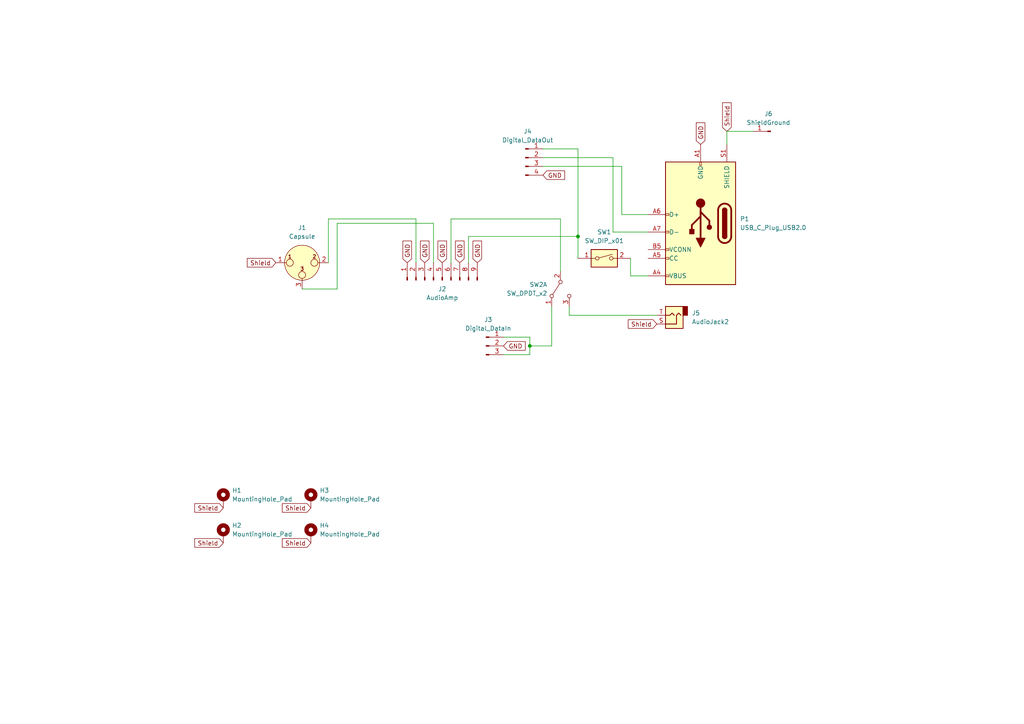
<source format=kicad_sch>
(kicad_sch (version 20211123) (generator eeschema)
  (paper "A4")
  (lib_symbols
    (symbol "Connector:AudioJack2"
      (property "Reference" "J" (at 0 8.89 0))
      (property "Value" "AudioJack2" (at 0 6.35 0))
      (symbol "AudioJack2_0_1"
        (rectangle (start -3.81 0) (end -2.54 -2.54) (stroke (width 0.254)) (fill (type outline)))
        (rectangle (start -2.54 3.81) (end 2.54 -2.54) (stroke (width 0.254)) (fill (type background)))
        (polyline (pts (xy 0 0) (xy 0.635 -0.635) (xy 1.27 0) (xy 2.54 0)) (stroke (width 0.254)))
        (polyline (pts (xy 2.54 2.54) (xy -0.635 2.54) (xy -0.635 0) (xy -1.27 -0.635) (xy -1.905 0)) (stroke (width 0.254)))
      )
      (symbol "AudioJack2_1_1"
        (pin passive line (at 5.08 2.54 180) (length 2.54) (name "~") (number "S"))
        (pin passive line (at 5.08 0 180) (length 2.54) (name "~") (number "T"))
      )
    )
    (symbol "Connector:Conn_01x01_Male" (pin_names (offset 1.016) hide)
      (property "Reference" "J" (at 0 2.54 0))
      (property "Value" "Conn_01x01_Male" (at 0 -2.54 0))
      (symbol "Conn_01x01_Male_1_1"
        (polyline (pts (xy 1.27 0) (xy 0.8636 0)) (stroke (width 0.1524)))
        (rectangle (start 0.8636 0.127) (end 0 -0.127) (stroke (width 0.1524)) (fill (type outline)))
        (pin passive line (at 5.08 0 180) (length 3.81) (name "Pin_1") (number "1"))
      )
    )
    (symbol "Connector:Conn_01x03_Male" (pin_names (offset 1.016) hide)
      (property "Reference" "J" (at 0 5.08 0))
      (property "Value" "Conn_01x03_Male" (at 0 -5.08 0))
      (symbol "Conn_01x03_Male_1_1"
        (polyline (pts (xy 1.27 -2.54) (xy 0.8636 -2.54)) (stroke (width 0.1524)))
        (polyline (pts (xy 1.27 0) (xy 0.8636 0)) (stroke (width 0.1524)))
        (polyline (pts (xy 1.27 2.54) (xy 0.8636 2.54)) (stroke (width 0.1524)))
        (rectangle (start 0.8636 -2.413) (end 0 -2.667) (stroke (width 0.1524)) (fill (type outline)))
        (rectangle (start 0.8636 0.127) (end 0 -0.127) (stroke (width 0.1524)) (fill (type outline)))
        (rectangle (start 0.8636 2.667) (end 0 2.413) (stroke (width 0.1524)) (fill (type outline)))
        (pin passive line (at 5.08 2.54 180) (length 3.81) (name "Pin_1") (number "1"))
        (pin passive line (at 5.08 0 180) (length 3.81) (name "Pin_2") (number "2"))
        (pin passive line (at 5.08 -2.54 180) (length 3.81) (name "Pin_3") (number "3"))
      )
    )
    (symbol "Connector:Conn_01x04_Male" (pin_names (offset 1.016) hide)
      (property "Reference" "J" (at 0 5.08 0))
      (property "Value" "Conn_01x04_Male" (at 0 -7.62 0))
      (symbol "Conn_01x04_Male_1_1"
        (polyline (pts (xy 1.27 -5.08) (xy 0.8636 -5.08)) (stroke (width 0.1524)))
        (polyline (pts (xy 1.27 -2.54) (xy 0.8636 -2.54)) (stroke (width 0.1524)))
        (polyline (pts (xy 1.27 0) (xy 0.8636 0)) (stroke (width 0.1524)))
        (polyline (pts (xy 1.27 2.54) (xy 0.8636 2.54)) (stroke (width 0.1524)))
        (rectangle (start 0.8636 -4.953) (end 0 -5.207) (stroke (width 0.1524)) (fill (type outline)))
        (rectangle (start 0.8636 -2.413) (end 0 -2.667) (stroke (width 0.1524)) (fill (type outline)))
        (rectangle (start 0.8636 0.127) (end 0 -0.127) (stroke (width 0.1524)) (fill (type outline)))
        (rectangle (start 0.8636 2.667) (end 0 2.413) (stroke (width 0.1524)) (fill (type outline)))
        (pin passive line (at 5.08 2.54 180) (length 3.81) (name "Pin_1") (number "1"))
        (pin passive line (at 5.08 0 180) (length 3.81) (name "Pin_2") (number "2"))
        (pin passive line (at 5.08 -2.54 180) (length 3.81) (name "Pin_3") (number "3"))
        (pin passive line (at 5.08 -5.08 180) (length 3.81) (name "Pin_4") (number "4"))
      )
    )
    (symbol "Connector:Conn_01x09_Male" (pin_names (offset 1.016) hide)
      (property "Reference" "J" (at 0 12.7 0))
      (property "Value" "Conn_01x09_Male" (at 0 -12.7 0))
      (symbol "Conn_01x09_Male_1_1"
        (polyline (pts (xy 1.27 -10.16) (xy 0.8636 -10.16)) (stroke (width 0.1524)))
        (polyline (pts (xy 1.27 -7.62) (xy 0.8636 -7.62)) (stroke (width 0.1524)))
        (polyline (pts (xy 1.27 -5.08) (xy 0.8636 -5.08)) (stroke (width 0.1524)))
        (polyline (pts (xy 1.27 -2.54) (xy 0.8636 -2.54)) (stroke (width 0.1524)))
        (polyline (pts (xy 1.27 0) (xy 0.8636 0)) (stroke (width 0.1524)))
        (polyline (pts (xy 1.27 2.54) (xy 0.8636 2.54)) (stroke (width 0.1524)))
        (polyline (pts (xy 1.27 5.08) (xy 0.8636 5.08)) (stroke (width 0.1524)))
        (polyline (pts (xy 1.27 7.62) (xy 0.8636 7.62)) (stroke (width 0.1524)))
        (polyline (pts (xy 1.27 10.16) (xy 0.8636 10.16)) (stroke (width 0.1524)))
        (rectangle (start 0.8636 -10.033) (end 0 -10.287) (stroke (width 0.1524)) (fill (type outline)))
        (rectangle (start 0.8636 -7.493) (end 0 -7.747) (stroke (width 0.1524)) (fill (type outline)))
        (rectangle (start 0.8636 -4.953) (end 0 -5.207) (stroke (width 0.1524)) (fill (type outline)))
        (rectangle (start 0.8636 -2.413) (end 0 -2.667) (stroke (width 0.1524)) (fill (type outline)))
        (rectangle (start 0.8636 0.127) (end 0 -0.127) (stroke (width 0.1524)) (fill (type outline)))
        (rectangle (start 0.8636 2.667) (end 0 2.413) (stroke (width 0.1524)) (fill (type outline)))
        (rectangle (start 0.8636 5.207) (end 0 4.953) (stroke (width 0.1524)) (fill (type outline)))
        (rectangle (start 0.8636 7.747) (end 0 7.493) (stroke (width 0.1524)) (fill (type outline)))
        (rectangle (start 0.8636 10.287) (end 0 10.033) (stroke (width 0.1524)) (fill (type outline)))
        (pin passive line (at 5.08 10.16 180) (length 3.81) (name "Pin_1") (number "1"))
        (pin passive line (at 5.08 7.62 180) (length 3.81) (name "Pin_2") (number "2"))
        (pin passive line (at 5.08 5.08 180) (length 3.81) (name "Pin_3") (number "3"))
        (pin passive line (at 5.08 2.54 180) (length 3.81) (name "Pin_4") (number "4"))
        (pin passive line (at 5.08 0 180) (length 3.81) (name "Pin_5") (number "5"))
        (pin passive line (at 5.08 -2.54 180) (length 3.81) (name "Pin_6") (number "6"))
        (pin passive line (at 5.08 -5.08 180) (length 3.81) (name "Pin_7") (number "7"))
        (pin passive line (at 5.08 -7.62 180) (length 3.81) (name "Pin_8") (number "8"))
        (pin passive line (at 5.08 -10.16 180) (length 3.81) (name "Pin_9") (number "9"))
      )
    )
    (symbol "Connector:USB_C_Plug_USB2.0" (pin_names (offset 1.016))
      (property "Reference" "P" (at -10.16 19.05 0))
      (property "Value" "USB_C_Plug_USB2.0" (at 12.7 19.05 0))
      (symbol "USB_C_Plug_USB2.0_0_0"
        (rectangle (start -0.254 -17.78) (end 0.254 -16.764))
        (rectangle (start 10.16 -2.286) (end 9.144 -2.794))
        (rectangle (start 10.16 2.794) (end 9.144 2.286))
        (rectangle (start 10.16 7.874) (end 9.144 7.366))
        (rectangle (start 10.16 10.414) (end 9.144 9.906))
        (rectangle (start 10.16 15.494) (end 9.144 14.986))
      )
      (symbol "USB_C_Plug_USB2.0_0_1"
        (rectangle (start -10.16 17.78) (end 10.16 -17.78) (stroke (width 0.254)) (fill (type background)))
        (arc (start -8.89 -3.81) (mid -6.985 -5.715) (end -5.08 -3.81) (stroke (width 0.508)))
        (arc (start -7.62 -3.81) (mid -6.985 -4.445) (end -6.35 -3.81) (stroke (width 0.254)))
        (arc (start -7.62 -3.81) (mid -6.985 -4.445) (end -6.35 -3.81) (stroke (width 0.254)) (fill (type outline)))
        (rectangle (start -7.62 -3.81) (end -6.35 3.81) (stroke (width 0.254)) (fill (type outline)))
        (arc (start -6.35 3.81) (mid -6.985 4.445) (end -7.62 3.81) (stroke (width 0.254)))
        (arc (start -6.35 3.81) (mid -6.985 4.445) (end -7.62 3.81) (stroke (width 0.254)) (fill (type outline)))
        (arc (start -5.08 3.81) (mid -6.985 5.715) (end -8.89 3.81) (stroke (width 0.508)))
        (circle (center -2.54 1.143) (radius 0.635) (stroke (width 0.254)) (fill (type outline)))
        (circle (center 0 -5.842) (radius 1.27) (fill (type outline)))
        (polyline (pts (xy -8.89 -3.81) (xy -8.89 3.81)) (stroke (width 0.508)))
        (polyline (pts (xy -5.08 3.81) (xy -5.08 -3.81)) (stroke (width 0.508)))
        (polyline (pts (xy 0 -5.842) (xy 0 4.318)) (stroke (width 0.508)))
        (polyline (pts (xy 0 -3.302) (xy -2.54 -0.762) (xy -2.54 0.508)) (stroke (width 0.508)))
        (polyline (pts (xy 0 -2.032) (xy 2.54 0.508) (xy 2.54 1.778)) (stroke (width 0.508)))
        (polyline (pts (xy -1.27 4.318) (xy 0 6.858) (xy 1.27 4.318) (xy -1.27 4.318)) (stroke (width 0.254)) (fill (type outline)))
        (rectangle (start 1.905 1.778) (end 3.175 3.048) (stroke (width 0.254)) (fill (type outline)))
      )
      (symbol "USB_C_Plug_USB2.0_1_1"
        (pin passive line (at 0 -22.86 90) (length 5.08) (name "GND") (number "A1"))
        (pin passive line (at 0 -22.86 90) (length 5.08) hide (name "GND") (number "A12"))
        (pin passive line (at 15.24 15.24 180) (length 5.08) (name "VBUS") (number "A4"))
        (pin bidirectional line (at 15.24 10.16 180) (length 5.08) (name "CC") (number "A5"))
        (pin bidirectional line (at 15.24 -2.54 180) (length 5.08) (name "D+") (number "A6"))
        (pin bidirectional line (at 15.24 2.54 180) (length 5.08) (name "D-") (number "A7"))
        (pin passive line (at 15.24 15.24 180) (length 5.08) hide (name "VBUS") (number "A9"))
        (pin passive line (at 0 -22.86 90) (length 5.08) hide (name "GND") (number "B1"))
        (pin passive line (at 0 -22.86 90) (length 5.08) hide (name "GND") (number "B12"))
        (pin passive line (at 15.24 15.24 180) (length 5.08) hide (name "VBUS") (number "B4"))
        (pin bidirectional line (at 15.24 7.62 180) (length 5.08) (name "VCONN") (number "B5"))
        (pin passive line (at 15.24 15.24 180) (length 5.08) hide (name "VBUS") (number "B9"))
        (pin passive line (at -7.62 -22.86 90) (length 5.08) (name "SHIELD") (number "S1"))
      )
    )
    (symbol "Connector:XLR3" (pin_names hide)
      (property "Reference" "J" (at 0 8.89 0))
      (property "Value" "XLR3" (at 0 6.35 0))
      (symbol "XLR3_0_1"
        (circle (center -3.556 0) (radius 1.016))
        (circle (center 0 -3.556) (radius 1.016))
        (polyline (pts (xy -5.08 0) (xy -4.572 0)))
        (polyline (pts (xy 0 -5.08) (xy 0 -4.572)))
        (polyline (pts (xy 5.08 0) (xy 4.572 0)))
        (circle (center 0 0) (radius 5.08) (fill (type background)))
        (circle (center 3.556 0) (radius 1.016))
        (text "1" (at -3.556 1.778 0) (effects (font (size 1.016 1.016) bold)))
        (text "2" (at 3.556 1.778 0) (effects (font (size 1.016 1.016) bold)))
        (text "3" (at 0 -1.778 0) (effects (font (size 1.016 1.016) bold)))
        (pin passive line (at -7.62 0 0) (length 2.54) (name "~") (number "1"))
        (pin passive line (at 7.62 0 180) (length 2.54) (name "~") (number "2"))
        (pin passive line (at 0 -7.62 90) (length 2.54) (name "~") (number "3"))
      )
    )
    (symbol "Mechanical:MountingHole_Pad" (pin_numbers hide) (pin_names (offset 1.016) hide)
      (property "Reference" "H" (at 0 6.35 0))
      (property "Value" "MountingHole_Pad" (at 0 4.445 0))
      (symbol "MountingHole_Pad_0_1"
        (circle (center 0 1.27) (radius 1.27) (stroke (width 1.27)))
      )
      (symbol "MountingHole_Pad_1_1"
        (pin input line (at 0 -2.54 90) (length 2.54) (name "1") (number "1"))
      )
    )
    (symbol "Switch:SW_DIP_x01" (pin_names (offset 0) hide)
      (property "Reference" "SW" (at 0 3.81 0))
      (property "Value" "SW_DIP_x01" (at 0 -3.81 0))
      (symbol "SW_DIP_x01_0_0"
        (circle (center -2.032 0) (radius 0.508))
        (polyline (pts (xy -1.524 0.127) (xy 2.3622 1.1684)))
        (circle (center 2.032 0) (radius 0.508))
      )
      (symbol "SW_DIP_x01_0_1"
        (rectangle (start -3.81 2.54) (end 3.81 -2.54) (stroke (width 0.254)) (fill (type background)))
      )
      (symbol "SW_DIP_x01_1_1"
        (pin passive line (at -7.62 0 0) (length 5.08) (name "~") (number "1"))
        (pin passive line (at 7.62 0 180) (length 5.08) (name "~") (number "2"))
      )
    )
    (symbol "Switch:SW_DPDT_x2" (pin_names (offset 0) hide)
      (property "Reference" "SW" (at 0 4.318 0))
      (property "Value" "SW_DPDT_x2" (at 0 -5.08 0))
      (symbol "SW_DPDT_x2_0_0"
        (circle (center -2.032 0) (radius 0.508))
        (circle (center 2.032 -2.54) (radius 0.508))
      )
      (symbol "SW_DPDT_x2_0_1"
        (polyline (pts (xy -1.524 0.254) (xy 1.651 2.286)))
        (circle (center 2.032 2.54) (radius 0.508))
      )
      (symbol "SW_DPDT_x2_1_1"
        (pin passive line (at 5.08 2.54 180) (length 2.54) (name "A") (number "1"))
        (pin passive line (at -5.08 0 0) (length 2.54) (name "B") (number "2"))
        (pin passive line (at 5.08 -2.54 180) (length 2.54) (name "C") (number "3"))
      )
      (symbol "SW_DPDT_x2_2_1"
        (pin passive line (at 5.08 2.54 180) (length 2.54) (name "A") (number "4"))
        (pin passive line (at -5.08 0 0) (length 2.54) (name "B") (number "5"))
        (pin passive line (at 5.08 -2.54 180) (length 2.54) (name "C") (number "6"))
      )
    )
  )
  (junction (at 153.67 100.33))
  (junction (at 167.64 68.58))
  (wire (pts (xy 187.96 62.23) (xy 180.34 62.23)))
  (wire (pts (xy 187.96 80.01) (xy 182.88 80.01)))
  (wire (pts (xy 182.88 74.93) (xy 182.88 80.01)))
  (wire (pts (xy 162.56 63.5) (xy 162.56 78.74)))
  (wire (pts (xy 210.82 41.91) (xy 210.82 38.1)))
  (wire (pts (xy 125.73 64.77) (xy 125.73 76.2)))
  (wire (pts (xy 146.05 97.79) (xy 153.67 97.79)))
  (wire (pts (xy 187.96 67.31) (xy 177.8 67.31)))
  (wire (pts (xy 180.34 62.23) (xy 180.34 48.26)))
  (wire (pts (xy 97.79 83.82) (xy 97.79 64.77)))
  (wire (pts (xy 177.8 67.31) (xy 177.8 45.72)))
  (wire (pts (xy 130.81 63.5) (xy 162.56 63.5)))
  (wire (pts (xy 167.64 43.18) (xy 167.64 68.58)))
  (wire (pts (xy 157.48 45.72) (xy 177.8 45.72)))
  (wire (pts (xy 97.79 64.77) (xy 125.73 64.77)))
  (wire (pts (xy 95.25 63.5) (xy 120.65 63.5)))
  (wire (pts (xy 135.89 76.2) (xy 135.89 68.58)))
  (wire (pts (xy 165.1 88.9) (xy 165.1 91.44)))
  (wire (pts (xy 135.89 68.58) (xy 167.64 68.58)))
  (wire (pts (xy 153.67 102.87) (xy 146.05 102.87)))
  (wire (pts (xy 153.67 97.79) (xy 153.67 100.33)))
  (wire (pts (xy 160.02 88.9) (xy 160.02 100.33)))
  (wire (pts (xy 165.1 91.44) (xy 190.5 91.44)))
  (wire (pts (xy 95.25 76.2) (xy 95.25 63.5)))
  (wire (pts (xy 120.65 63.5) (xy 120.65 76.2)))
  (wire (pts (xy 87.63 83.82) (xy 97.79 83.82)))
  (wire (pts (xy 153.67 100.33) (xy 153.67 102.87)))
  (wire (pts (xy 130.81 76.2) (xy 130.81 63.5)))
  (wire (pts (xy 167.64 43.18) (xy 157.48 43.18)))
  (wire (pts (xy 167.64 68.58) (xy 167.64 74.93)))
  (wire (pts (xy 210.82 38.1) (xy 218.44 38.1)))
  (wire (pts (xy 160.02 100.33) (xy 153.67 100.33)))
  (wire (pts (xy 180.34 48.26) (xy 157.48 48.26)))
  (global_label "Shield" (shape input) (at 64.77 157.48 180) (property "Intersheet References" "${INTERSHEET_REFS}" (effects hide)))
  (global_label "GND" (shape input) (at 123.19 76.2 90) (property "Intersheet References" "${INTERSHEET_REFS}" (effects hide)))
  (global_label "Shield" (shape input) (at 80.01 76.2 180) (property "Intersheet References" "${INTERSHEET_REFS}" (effects hide)))
  (global_label "GND" (shape input) (at 133.35 76.2 90) (property "Intersheet References" "${INTERSHEET_REFS}" (effects hide)))
  (global_label "GND" (shape input) (at 138.43 76.2 90) (property "Intersheet References" "${INTERSHEET_REFS}" (effects hide)))
  (global_label "GND" (shape input) (at 203.2 41.91 90) (property "Intersheet References" "${INTERSHEET_REFS}" (effects hide)))
  (global_label "GND" (shape input) (at 118.11 76.2 90) (property "Intersheet References" "${INTERSHEET_REFS}" (effects hide)))
  (global_label "Shield" (shape input) (at 210.82 38.1 90) (property "Intersheet References" "${INTERSHEET_REFS}" (effects hide)))
  (global_label "Shield" (shape input) (at 190.5 93.98 180) (property "Intersheet References" "${INTERSHEET_REFS}" (effects hide)))
  (global_label "Shield" (shape input) (at 90.17 157.48 180) (property "Intersheet References" "${INTERSHEET_REFS}" (effects hide)))
  (global_label "GND" (shape input) (at 157.48 50.8 0) (property "Intersheet References" "${INTERSHEET_REFS}" (effects hide)))
  (global_label "Shield" (shape input) (at 90.17 147.32 180) (property "Intersheet References" "${INTERSHEET_REFS}" (effects hide)))
  (global_label "Shield" (shape input) (at 64.77 147.32 180) (property "Intersheet References" "${INTERSHEET_REFS}" (effects hide)))
  (global_label "GND" (shape input) (at 146.05 100.33 0) (property "Intersheet References" "${INTERSHEET_REFS}" (effects hide)))
  (global_label "GND" (shape input) (at 128.27 76.2 90) (property "Intersheet References" "${INTERSHEET_REFS}" (effects hide)))
  (symbol (lib_id "Connector:Conn_01x04_Male") (at 152.4 45.72 0) (unit 1)
    (property "Reference" "J4" (at 153.035 38.1 0))
    (property "Value" "Digital_DataOut" (at 153.035 40.64 0))
    (property "Footprint" "Connector_FFC-FPC:Molex_200528-0040_1x04-1MP_P1.00mm_Horizontal" (effects hide))
  )
  (symbol (lib_id "Mechanical:MountingHole_Pad") (at 90.17 154.94 0) (unit 1)
    (property "Reference" "H4" (at 92.71 152.3999 0) (effects (justify left)))
    (property "Value" "MountingHole_Pad" (at 92.71 154.9399 0) (effects (justify left)))
    (property "Footprint" "MountingHole:MountingHole_2.2mm_M2_DIN965_Pad_TopBottom" (effects hide))
  )
  (symbol (lib_id "Connector:AudioJack2") (at 195.58 91.44 180) (unit 1)
    (property "Reference" "J5" (at 200.66 90.8049 0) (effects (justify right)))
    (property "Value" "AudioJack2" (at 200.66 93.3449 0) (effects (justify right)))
    (property "Footprint" "Diomic:TRRS-PJ-320A" (effects hide))
  )
  (symbol (lib_id "Mechanical:MountingHole_Pad") (at 64.77 144.78 0) (unit 1)
    (property "Reference" "H1" (at 67.31 142.2399 0) (effects (justify left)))
    (property "Value" "MountingHole_Pad" (at 67.31 144.7799 0) (effects (justify left)))
    (property "Footprint" "MountingHole:MountingHole_2.2mm_M2_DIN965_Pad_TopBottom" (effects hide))
  )
  (symbol (lib_id "Connector:USB_C_Plug_USB2.0") (at 203.2 64.77 180) (unit 1)
    (property "Reference" "P1" (at 214.63 63.4999 0) (effects (justify right)))
    (property "Value" "USB_C_Plug_USB2.0" (at 214.63 66.0399 0) (effects (justify right)))
    (property "Footprint" "Connector_USB:USB_C_Receptacle_HRO_TYPE-C-31-M-12" (effects hide))
    (property "Datasheet" "https://www.usb.org/sites/default/files/documents/usb_type-c.zip" (effects hide))
  )
  (symbol (lib_id "Mechanical:MountingHole_Pad") (at 64.77 154.94 0) (unit 1)
    (property "Reference" "H2" (at 67.31 152.3999 0) (effects (justify left)))
    (property "Value" "MountingHole_Pad" (at 67.31 154.9399 0) (effects (justify left)))
    (property "Footprint" "MountingHole:MountingHole_2.2mm_M2_DIN965_Pad_TopBottom" (effects hide))
  )
  (symbol (lib_id "Mechanical:MountingHole_Pad") (at 90.17 144.78 0) (unit 1)
    (property "Reference" "H3" (at 92.71 142.2399 0) (effects (justify left)))
    (property "Value" "MountingHole_Pad" (at 92.71 144.7799 0) (effects (justify left)))
    (property "Footprint" "MountingHole:MountingHole_2.2mm_M2_DIN965_Pad_TopBottom" (effects hide))
  )
  (symbol (lib_id "Connector:Conn_01x09_Male") (at 128.27 81.28 90) (unit 1)
    (property "Reference" "J2" (at 128.27 83.82 90))
    (property "Value" "AudioAmp" (at 128.27 86.36 90))
    (property "Footprint" "Connector_FFC-FPC:Molex_200528-0090_1x09-1MP_P1.00mm_Horizontal" (effects hide))
  )
  (symbol (lib_id "Connector:Conn_01x01_Male") (at 223.52 38.1 180) (unit 1)
    (property "Reference" "J6" (at 222.885 33.02 0))
    (property "Value" "ShieldGround" (at 222.885 35.56 0))
    (property "Footprint" "Connector_PinHeader_2.54mm:PinHeader_1x01_P2.54mm_Horizontal" (effects hide))
  )
  (symbol (lib_id "Switch:SW_DPDT_x2") (at 162.56 83.82 90) (mirror x) (unit 1)
    (property "Reference" "SW2" (at 158.75 82.5499 90) (effects (justify left)))
    (property "Value" "SW_DPDT_x2" (at 158.75 85.0899 90) (effects (justify left)))
    (property "Footprint" "Diomic:switch_lever" (effects hide))
  )
  (symbol (lib_id "Connector:XLR3") (at 87.63 76.2 0) (unit 1)
    (property "Reference" "J1" (at 87.63 66.04 0))
    (property "Value" "Capsule" (at 87.63 68.58 0))
    (property "Footprint" "Connector_Audio:Jack_XLR_Neutrik_NC3FBH1_Horizontal" (effects hide))
    (property "Datasheet" " ~" (effects hide))
  )
  (symbol (lib_id "Switch:SW_DIP_x01") (at 175.26 74.93 0) (unit 1)
    (property "Reference" "SW1" (at 175.26 67.31 0))
    (property "Value" "SW_DIP_x01" (at 175.26 69.85 0))
    (property "Footprint" "Button_Switch_THT:SW_E-Switch_EG1271_DPDT" (effects hide))
  )
  (symbol (lib_id "Connector:Conn_01x03_Male") (at 140.97 100.33 0) (unit 1)
    (property "Reference" "J3" (at 141.605 92.71 0))
    (property "Value" "Digital_DataIn" (at 141.605 95.25 0))
    (property "Footprint" "Connector_FFC-FPC:Molex_200528-0040_1x04-1MP_P1.00mm_Horizontal" (effects hide))
  )
)
</source>
